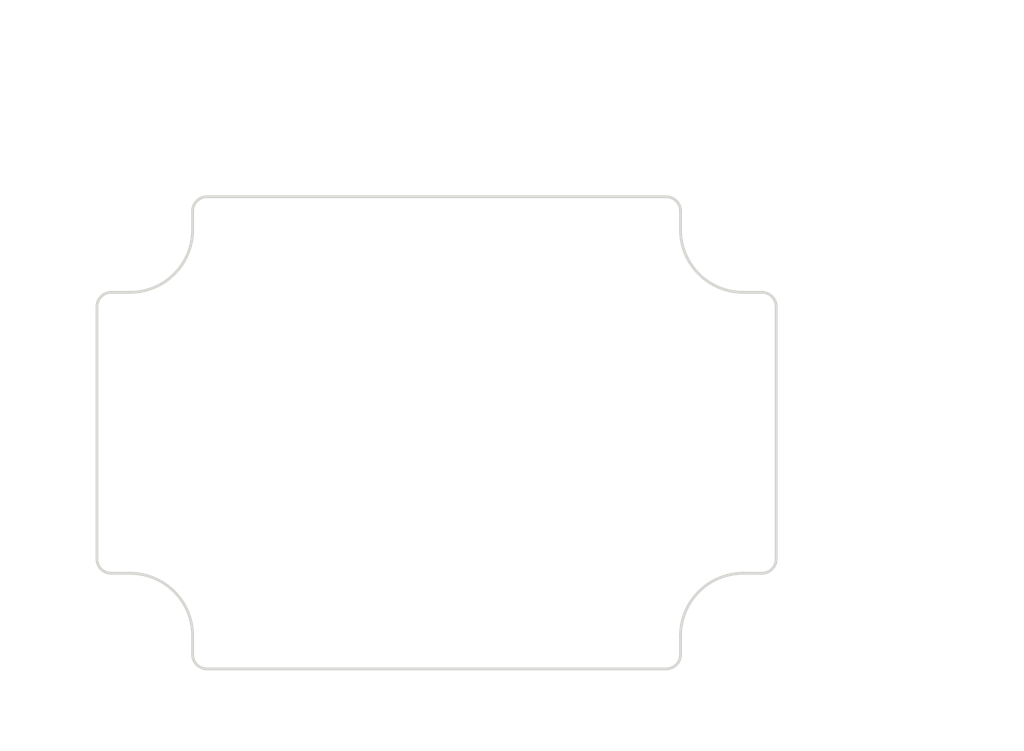
<source format=kicad_pcb>
(kicad_pcb (version 20171130) (host pcbnew "(5.1.0)-1")

  (general
    (thickness 1.6)
    (drawings 56)
    (tracks 0)
    (zones 0)
    (modules 0)
    (nets 1)
  )

  (page A4)
  (layers
    (0 F.Cu signal)
    (31 B.Cu signal)
    (32 B.Adhes user)
    (33 F.Adhes user)
    (34 B.Paste user)
    (35 F.Paste user)
    (36 B.SilkS user)
    (37 F.SilkS user)
    (38 B.Mask user)
    (39 F.Mask user)
    (40 Dwgs.User user)
    (41 Cmts.User user)
    (42 Eco1.User user)
    (43 Eco2.User user)
    (44 Edge.Cuts user)
    (45 Margin user)
    (46 B.CrtYd user)
    (47 F.CrtYd user)
    (48 B.Fab user)
    (49 F.Fab user)
  )

  (setup
    (last_trace_width 0.25)
    (trace_clearance 0.2)
    (zone_clearance 0.508)
    (zone_45_only no)
    (trace_min 0.2)
    (via_size 0.8)
    (via_drill 0.4)
    (via_min_size 0.4)
    (via_min_drill 0.3)
    (uvia_size 0.3)
    (uvia_drill 0.1)
    (uvias_allowed no)
    (uvia_min_size 0.2)
    (uvia_min_drill 0.1)
    (edge_width 0.05)
    (segment_width 0.2)
    (pcb_text_width 0.3)
    (pcb_text_size 1.5 1.5)
    (mod_edge_width 0.12)
    (mod_text_size 1 1)
    (mod_text_width 0.15)
    (pad_size 1.524 1.524)
    (pad_drill 0.762)
    (pad_to_mask_clearance 0.051)
    (solder_mask_min_width 0.25)
    (aux_axis_origin 0 0)
    (visible_elements FFFFFF7F)
    (pcbplotparams
      (layerselection 0x010fc_ffffffff)
      (usegerberextensions false)
      (usegerberattributes false)
      (usegerberadvancedattributes false)
      (creategerberjobfile false)
      (excludeedgelayer true)
      (linewidth 0.152400)
      (plotframeref false)
      (viasonmask false)
      (mode 1)
      (useauxorigin false)
      (hpglpennumber 1)
      (hpglpenspeed 20)
      (hpglpendiameter 15.000000)
      (psnegative false)
      (psa4output false)
      (plotreference true)
      (plotvalue true)
      (plotinvisibletext false)
      (padsonsilk false)
      (subtractmaskfromsilk false)
      (outputformat 1)
      (mirror false)
      (drillshape 1)
      (scaleselection 1)
      (outputdirectory ""))
  )

  (net 0 "")

  (net_class Default "This is the default net class."
    (clearance 0.2)
    (trace_width 0.25)
    (via_dia 0.8)
    (via_drill 0.4)
    (uvia_dia 0.3)
    (uvia_drill 0.1)
  )

  (gr_arc (start 128.563655 115.159051) (end 132.95647 115.159051) (angle -90) (layer Edge.Cuts) (width 0.2))
  (gr_line (start 133.95647 117.472599) (end 166.170839 117.472599) (layer Edge.Cuts) (width 0.2))
  (gr_arc (start 171.563655 115.159051) (end 171.563655 110.766236) (angle -90) (layer Edge.Cuts) (width 0.2))
  (gr_line (start 171.563655 110.766236) (end 172.877202 110.766236) (layer Edge.Cuts) (width 0.2))
  (gr_line (start 172.877202 91.051867) (end 171.563655 91.051867) (layer Edge.Cuts) (width 0.2))
  (gr_arc (start 171.563655 86.659051) (end 167.170839 86.659051) (angle -90) (layer Edge.Cuts) (width 0.2))
  (gr_line (start 167.170839 86.659051) (end 167.170839 85.345504) (layer Edge.Cuts) (width 0.2))
  (gr_line (start 132.95647 85.345504) (end 132.95647 86.659051) (layer Edge.Cuts) (width 0.2))
  (gr_arc (start 128.563655 86.659051) (end 128.563655 91.051867) (angle -90) (layer Edge.Cuts) (width 0.2))
  (gr_line (start 128.563655 91.051867) (end 127.250107 91.051867) (layer Edge.Cuts) (width 0.2))
  (gr_line (start 127.250107 110.766236) (end 128.563655 110.766236) (layer Edge.Cuts) (width 0.2))
  (gr_line (start 132.95647 115.159051) (end 132.95647 116.472599) (layer Edge.Cuts) (width 0.2))
  (gr_line (start 167.170839 116.472599) (end 167.170839 115.159051) (layer Edge.Cuts) (width 0.2))
  (gr_line (start 173.877202 109.766236) (end 173.877202 92.051867) (layer Edge.Cuts) (width 0.2))
  (gr_line (start 166.170839 84.345504) (end 133.95647 84.345504) (layer Edge.Cuts) (width 0.2))
  (gr_line (start 126.250107 92.051867) (end 126.250107 109.766236) (layer Edge.Cuts) (width 0.2))
  (gr_arc (start 133.95647 116.472599) (end 132.95647 116.472599) (angle -90) (layer Edge.Cuts) (width 0.2))
  (gr_arc (start 166.170839 116.472599) (end 166.170839 117.472599) (angle -90) (layer Edge.Cuts) (width 0.2))
  (gr_arc (start 172.877202 109.766236) (end 172.877202 110.766236) (angle -90) (layer Edge.Cuts) (width 0.2))
  (gr_arc (start 172.877202 92.051867) (end 173.877202 92.051867) (angle -90) (layer Edge.Cuts) (width 0.2))
  (gr_arc (start 166.170839 85.345504) (end 167.170839 85.345504) (angle -90) (layer Edge.Cuts) (width 0.2))
  (gr_arc (start 133.95647 85.345504) (end 133.95647 84.345504) (angle -90) (layer Edge.Cuts) (width 0.2))
  (gr_arc (start 127.250107 92.051867) (end 127.250107 91.051867) (angle -90) (layer Edge.Cuts) (width 0.2))
  (gr_arc (start 127.250107 109.766236) (end 126.250107 109.766236) (angle -90) (layer Edge.Cuts) (width 0.2))
  (gr_text [R0.04] (at 123.950165 121.897594) (layer Dwgs.User)
    (effects (font (size 1.7 1.53) (thickness 0.2125)))
  )
  (gr_text " R1.00" (at 123.950165 118.340158) (layer Dwgs.User)
    (effects (font (size 1.7 1.53) (thickness 0.2125)))
  )
  (gr_line (start 130.420936 120.008133) (end 131.835149 118.593919) (layer Dwgs.User) (width 0.2))
  (gr_line (start 128.420936 120.008133) (end 130.420936 120.008133) (layer Dwgs.User) (width 0.2))
  (gr_text [R0.17] (at 159.958815 110.409184) (layer Dwgs.User)
    (effects (font (size 1.7 1.53) (thickness 0.2125)))
  )
  (gr_text " R4.39" (at 159.958815 106.851169) (layer Dwgs.User)
    (effects (font (size 1.7 1.53) (thickness 0.2125)))
  )
  (gr_line (start 166.429586 108.519722) (end 167.65303 110.101868) (layer Dwgs.User) (width 0.2))
  (gr_line (start 164.429586 108.519722) (end 166.429586 108.519722) (layer Dwgs.User) (width 0.2))
  (gr_text [1.30] (at 187.246264 107.778752) (layer Dwgs.User)
    (effects (font (size 1.7 1.53) (thickness 0.2125)))
  )
  (gr_text " 33.13" (at 187.246264 104.220737) (layer Dwgs.User)
    (effects (font (size 1.7 1.53) (thickness 0.2125)))
  )
  (gr_line (start 187.246264 86.345504) (end 187.246264 102.331276) (layer Dwgs.User) (width 0.2))
  (gr_line (start 187.246264 115.472599) (end 187.246264 109.447306) (layer Dwgs.User) (width 0.2))
  (gr_line (start 168.170839 84.345504) (end 190.421264 84.345504) (layer Dwgs.User) (width 0.2))
  (gr_line (start 168.170839 117.472599) (end 190.421264 117.472599) (layer Dwgs.User) (width 0.2))
  (gr_text [.78] (at 179.140682 100.019346) (layer Dwgs.User)
    (effects (font (size 1.7 1.53) (thickness 0.2125)))
  )
  (gr_text " 19.71" (at 179.140682 96.46191) (layer Dwgs.User)
    (effects (font (size 1.7 1.53) (thickness 0.2125)))
  )
  (gr_line (start 179.140682 108.766236) (end 179.140682 101.68732) (layer Dwgs.User) (width 0.2))
  (gr_line (start 179.140682 93.051867) (end 179.140682 94.572449) (layer Dwgs.User) (width 0.2))
  (gr_line (start 174.877202 110.766236) (end 182.315682 110.766236) (layer Dwgs.User) (width 0.2))
  (gr_line (start 174.877202 91.051867) (end 182.315682 91.051867) (layer Dwgs.User) (width 0.2))
  (gr_text [1.35] (at 158.147542 81.747441) (layer Dwgs.User)
    (effects (font (size 1.7 1.53) (thickness 0.2125)))
  )
  (gr_text " 34.21" (at 158.147542 78.189426) (layer Dwgs.User)
    (effects (font (size 1.7 1.53) (thickness 0.2125)))
  )
  (gr_line (start 165.170839 79.85798) (end 162.030966 79.85798) (layer Dwgs.User) (width 0.2))
  (gr_line (start 134.95647 79.85798) (end 154.264118 79.85798) (layer Dwgs.User) (width 0.2))
  (gr_line (start 167.170839 83.345504) (end 167.170839 76.68298) (layer Dwgs.User) (width 0.2))
  (gr_line (start 132.95647 83.345504) (end 132.95647 76.68298) (layer Dwgs.User) (width 0.2))
  (gr_text [1.88] (at 151.300534 75.7026) (layer Dwgs.User)
    (effects (font (size 1.7 1.53) (thickness 0.2125)))
  )
  (gr_text " 47.63" (at 151.300534 72.144585) (layer Dwgs.User)
    (effects (font (size 1.7 1.53) (thickness 0.2125)))
  )
  (gr_line (start 128.250107 73.813139) (end 147.253024 73.813139) (layer Dwgs.User) (width 0.2))
  (gr_line (start 171.877202 73.813139) (end 155.348044 73.813139) (layer Dwgs.User) (width 0.2))
  (gr_line (start 126.250107 90.051867) (end 126.250107 70.638139) (layer Dwgs.User) (width 0.2))
  (gr_line (start 173.877202 90.051867) (end 173.877202 70.638139) (layer Dwgs.User) (width 0.2))

)

</source>
